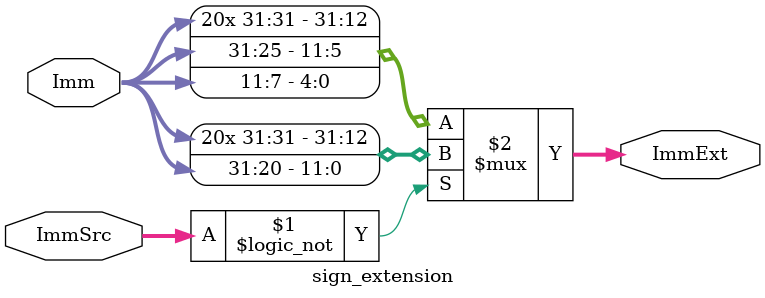
<source format=v>
module sign_extension(Imm,ImmSrc,ImmExt);

    input [31:0] Imm;
    input[1:0] ImmSrc;
    output [31:0] ImmExt;

    assign ImmExt = (ImmSrc == 2'b00) ? {{20{Imm[31]}},Imm[31:20]} : {{20{Imm[31]}},Imm[31:25],Imm[11:7]};

endmodule
</source>
